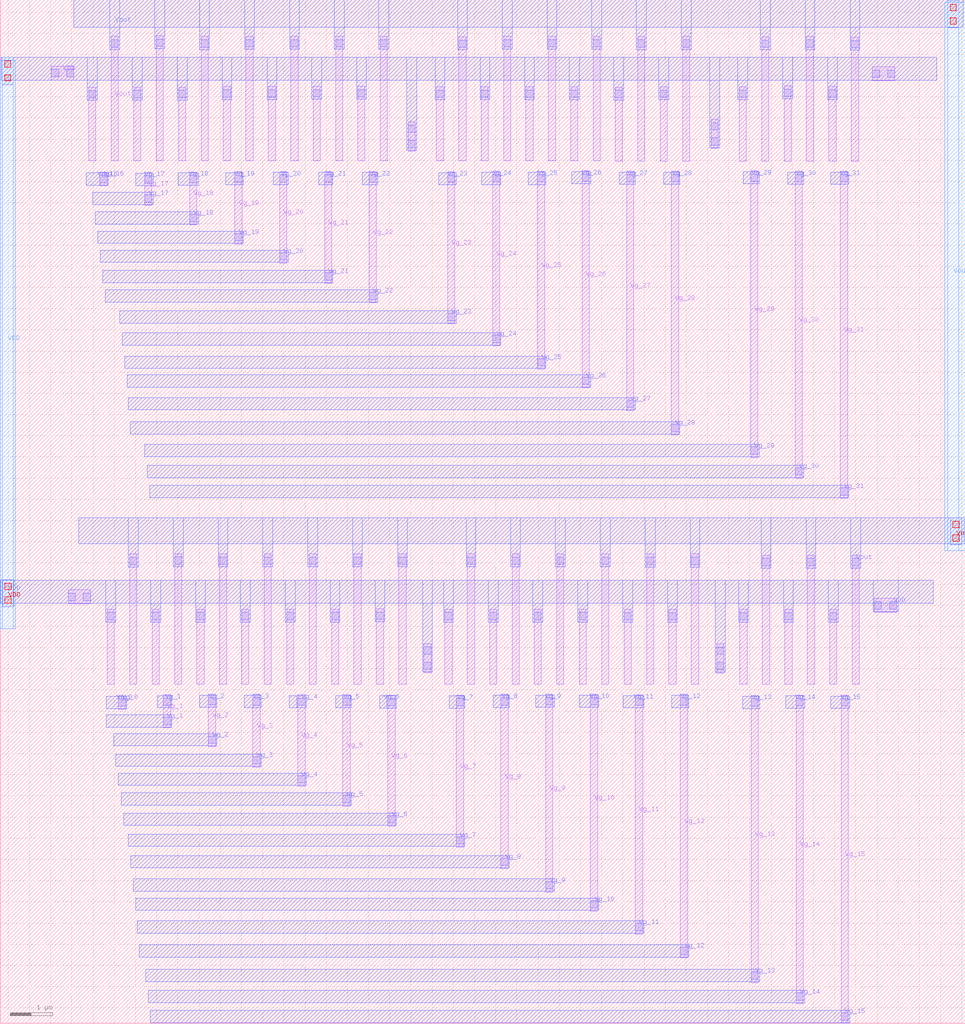
<source format=lef>
VERSION 5.8 ;
BUSBITCHARS "[]" ;
DIVIDERCHAR "/" ;

MACRO pass_transistors
  CLASS BLOCK ;
  ORIGIN -0.305 9.87 ;
  FOREIGN pass_transistors 0.305 -9.87 ;
  SIZE 22.775 BY 24.16 ;
  SYMMETRY X Y ;
  PIN VDD
    DIRECTION INOUT ;
    USE POWER ;
    PORT
      LAYER met2 ;
        RECT 0.305 -0.56 0.665 12.865 ;
        RECT 0.355 -0.56 0.615 12.93 ;
      LAYER li1 ;
        RECT 20.935 -0.17 21.465 0.16 ;
        RECT 20.89 12.38 21.42 12.71 ;
        RECT 19.88 -1.87 20.05 -0.095 ;
        RECT 19.865 10.48 20.035 12.245 ;
        RECT 18.825 -1.87 18.995 -0.095 ;
        RECT 18.805 10.48 18.975 12.26 ;
        RECT 17.765 -1.87 17.935 -0.095 ;
        RECT 17.745 10.48 17.915 12.24 ;
        RECT 17.215 -1.6 17.385 -0.91 ;
        RECT 17.085 10.78 17.255 11.47 ;
        RECT 16.09 -1.87 16.26 -0.095 ;
        RECT 15.88 10.48 16.05 12.24 ;
        RECT 15.03 -1.87 15.2 -0.095 ;
        RECT 14.82 10.48 14.99 12.23 ;
        RECT 13.97 -1.865 14.14 -0.09 ;
        RECT 13.77 10.485 13.94 12.24 ;
        RECT 12.91 -1.865 13.08 -0.09 ;
        RECT 12.715 10.485 12.885 12.24 ;
        RECT 11.855 -1.865 12.025 -0.09 ;
        RECT 11.66 10.485 11.83 12.24 ;
        RECT 10.8 -1.865 10.97 -0.09 ;
        RECT 10.6 10.485 10.77 12.24 ;
        RECT 10.305 -1.595 10.475 -0.905 ;
        RECT 9.935 10.72 10.105 11.41 ;
        RECT 9.185 -1.865 9.355 -0.085 ;
        RECT 8.745 10.485 8.915 12.25 ;
        RECT 8.125 -1.865 8.295 -0.09 ;
        RECT 7.69 10.485 7.86 12.25 ;
        RECT 7.065 -1.865 7.235 -0.09 ;
        RECT 6.635 10.485 6.805 12.245 ;
        RECT 6.005 -1.865 6.175 -0.09 ;
        RECT 5.575 10.485 5.745 12.245 ;
        RECT 4.95 -1.865 5.12 -0.09 ;
        RECT 4.515 10.485 4.685 12.23 ;
        RECT 3.89 -1.865 4.06 -0.09 ;
        RECT 3.455 10.485 3.625 12.23 ;
        RECT 2.83 -1.865 3 -0.09 ;
        RECT 2.395 10.485 2.565 12.225 ;
        RECT 1.91 0.03 2.44 0.36 ;
        RECT 1.515 12.395 2.045 12.725 ;
      LAYER met1 ;
        RECT 0.335 12.395 22.415 12.935 ;
        RECT 19.835 11.935 20.065 12.935 ;
        RECT 18.775 11.95 19.005 12.935 ;
        RECT 17.715 11.93 17.945 12.935 ;
        RECT 17.055 10.8 17.285 12.935 ;
        RECT 15.85 11.93 16.08 12.935 ;
        RECT 14.79 11.92 15.02 12.935 ;
        RECT 13.74 11.93 13.97 12.935 ;
        RECT 12.685 11.93 12.915 12.935 ;
        RECT 11.63 11.93 11.86 12.935 ;
        RECT 10.57 11.93 10.8 12.935 ;
        RECT 9.905 10.74 10.135 12.935 ;
        RECT 8.715 11.94 8.945 12.935 ;
        RECT 7.66 11.94 7.89 12.935 ;
        RECT 6.605 11.935 6.835 12.935 ;
        RECT 5.545 11.935 5.775 12.935 ;
        RECT 4.485 11.92 4.715 12.935 ;
        RECT 3.425 11.92 3.655 12.935 ;
        RECT 2.365 11.915 2.595 12.935 ;
        RECT 0.355 12.29 0.615 12.935 ;
        RECT 0.315 0.045 22.33 0.585 ;
        RECT 20.905 -0.15 21.495 0.585 ;
        RECT 19.85 -0.405 20.08 0.585 ;
        RECT 18.795 -0.405 19.025 0.585 ;
        RECT 17.735 -0.405 17.965 0.585 ;
        RECT 17.185 -1.58 17.415 0.585 ;
        RECT 16.06 -0.405 16.29 0.585 ;
        RECT 15 -0.405 15.23 0.585 ;
        RECT 13.94 -0.4 14.17 0.585 ;
        RECT 12.88 -0.4 13.11 0.585 ;
        RECT 11.825 -0.4 12.055 0.585 ;
        RECT 10.77 -0.4 11 0.585 ;
        RECT 10.275 -1.575 10.505 0.585 ;
        RECT 9.155 -0.395 9.385 0.585 ;
        RECT 8.095 -0.4 8.325 0.585 ;
        RECT 7.035 -0.4 7.265 0.585 ;
        RECT 5.975 -0.4 6.205 0.585 ;
        RECT 4.92 -0.4 5.15 0.585 ;
        RECT 3.86 -0.4 4.09 0.585 ;
        RECT 2.8 -0.4 3.03 0.585 ;
        RECT 0.36 -0.035 0.62 0.605 ;
      LAYER mcon ;
        RECT 1.515 12.475 1.685 12.645 ;
        RECT 1.875 12.475 2.045 12.645 ;
        RECT 1.91 0.11 2.08 0.28 ;
        RECT 2.27 0.11 2.44 0.28 ;
        RECT 2.395 11.975 2.565 12.145 ;
        RECT 2.83 -0.34 3 -0.17 ;
        RECT 3.455 11.98 3.625 12.15 ;
        RECT 3.89 -0.34 4.06 -0.17 ;
        RECT 4.515 11.98 4.685 12.15 ;
        RECT 4.95 -0.34 5.12 -0.17 ;
        RECT 5.575 11.995 5.745 12.165 ;
        RECT 6.005 -0.34 6.175 -0.17 ;
        RECT 6.635 11.995 6.805 12.165 ;
        RECT 7.065 -0.34 7.235 -0.17 ;
        RECT 7.69 12 7.86 12.17 ;
        RECT 8.125 -0.34 8.295 -0.17 ;
        RECT 8.745 12 8.915 12.17 ;
        RECT 9.185 -0.335 9.355 -0.165 ;
        RECT 9.935 11.16 10.105 11.33 ;
        RECT 9.935 10.8 10.105 10.97 ;
        RECT 10.305 -1.155 10.475 -0.985 ;
        RECT 10.305 -1.515 10.475 -1.345 ;
        RECT 10.6 11.99 10.77 12.16 ;
        RECT 10.8 -0.34 10.97 -0.17 ;
        RECT 11.66 11.99 11.83 12.16 ;
        RECT 11.855 -0.34 12.025 -0.17 ;
        RECT 12.715 11.99 12.885 12.16 ;
        RECT 12.91 -0.34 13.08 -0.17 ;
        RECT 13.77 11.99 13.94 12.16 ;
        RECT 13.97 -0.34 14.14 -0.17 ;
        RECT 14.82 11.98 14.99 12.15 ;
        RECT 15.03 -0.345 15.2 -0.175 ;
        RECT 15.88 11.99 16.05 12.16 ;
        RECT 16.09 -0.345 16.26 -0.175 ;
        RECT 17.085 11.22 17.255 11.39 ;
        RECT 17.085 10.86 17.255 11.03 ;
        RECT 17.215 -1.16 17.385 -0.99 ;
        RECT 17.215 -1.52 17.385 -1.35 ;
        RECT 17.745 11.99 17.915 12.16 ;
        RECT 17.765 -0.345 17.935 -0.175 ;
        RECT 18.805 12.01 18.975 12.18 ;
        RECT 18.825 -0.345 18.995 -0.175 ;
        RECT 19.865 11.995 20.035 12.165 ;
        RECT 19.88 -0.345 20.05 -0.175 ;
        RECT 20.89 12.46 21.06 12.63 ;
        RECT 20.935 -0.09 21.105 0.08 ;
        RECT 21.25 12.46 21.42 12.63 ;
        RECT 21.295 -0.09 21.465 0.08 ;
      LAYER via ;
        RECT 0.41 12.695 0.56 12.845 ;
        RECT 0.41 12.375 0.56 12.525 ;
        RECT 0.415 0.37 0.565 0.52 ;
        RECT 0.415 0.05 0.565 0.2 ;
    END
  END VDD
  PIN Vg_0
    DIRECTION INPUT ;
    USE SIGNAL ;
    PORT
      LAYER li1 ;
        RECT 3.095 -2.46 3.265 -2.13 ;
      LAYER met1 ;
        RECT 2.805 -2.44 3.295 -2.15 ;
      LAYER mcon ;
        RECT 3.095 -2.38 3.265 -2.21 ;
    END
  END Vg_0
  PIN Vg_1
    DIRECTION INPUT ;
    USE SIGNAL ;
    PORT
      LAYER li1 ;
        RECT 4.155 -2.895 4.325 -2.11 ;
      LAYER met1 ;
        RECT 2.81 -2.875 4.355 -2.585 ;
        RECT 4.02 -2.42 4.355 -2.13 ;
      LAYER mcon ;
        RECT 4.155 -2.36 4.325 -2.19 ;
        RECT 4.155 -2.815 4.325 -2.645 ;
    END
  END Vg_1
  PIN Vg_10
    DIRECTION INPUT ;
    USE SIGNAL ;
    PORT
      LAYER li1 ;
        RECT 14.235 -7.22 14.405 -2.1 ;
      LAYER met1 ;
        RECT 3.5 -7.2 14.435 -6.91 ;
        RECT 13.975 -2.41 14.435 -2.12 ;
      LAYER mcon ;
        RECT 14.235 -2.35 14.405 -2.18 ;
        RECT 14.235 -7.14 14.405 -6.97 ;
    END
  END Vg_10
  PIN Vg_11
    DIRECTION INPUT ;
    USE SIGNAL ;
    PORT
      LAYER li1 ;
        RECT 15.295 -7.76 15.465 -2.11 ;
      LAYER met1 ;
        RECT 3.535 -7.74 15.495 -7.45 ;
        RECT 15.005 -2.42 15.495 -2.13 ;
      LAYER mcon ;
        RECT 15.295 -2.36 15.465 -2.19 ;
        RECT 15.295 -7.68 15.465 -7.51 ;
    END
  END Vg_11
  PIN Vg_12
    DIRECTION INPUT ;
    USE SIGNAL ;
    PORT
      LAYER li1 ;
        RECT 16.36 -8.325 16.53 -2.105 ;
      LAYER met1 ;
        RECT 3.59 -8.305 16.56 -8.015 ;
        RECT 16.15 -2.415 16.56 -2.125 ;
      LAYER mcon ;
        RECT 16.36 -2.355 16.53 -2.185 ;
        RECT 16.36 -8.245 16.53 -8.075 ;
    END
  END Vg_12
  PIN Vg_13
    DIRECTION INPUT ;
    USE SIGNAL ;
    PORT
      LAYER li1 ;
        RECT 18.03 -8.905 18.2 -2.13 ;
      LAYER met1 ;
        RECT 3.735 -8.885 18.23 -8.595 ;
        RECT 17.825 -2.44 18.23 -2.15 ;
      LAYER mcon ;
        RECT 18.03 -2.38 18.2 -2.21 ;
        RECT 18.03 -8.825 18.2 -8.655 ;
    END
  END Vg_13
  PIN Vg_14
    DIRECTION INPUT ;
    USE SIGNAL ;
    PORT
      LAYER li1 ;
        RECT 19.09 -9.4 19.26 -2.12 ;
      LAYER met1 ;
        RECT 3.8 -9.38 19.29 -9.09 ;
        RECT 18.845 -2.43 19.29 -2.14 ;
      LAYER mcon ;
        RECT 19.09 -2.37 19.26 -2.2 ;
        RECT 19.09 -9.32 19.26 -9.15 ;
    END
  END Vg_14
  PIN Vg_15
    DIRECTION INPUT ;
    USE SIGNAL ;
    PORT
      LAYER li1 ;
        RECT 20.15 -9.87 20.32 -2.125 ;
      LAYER met1 ;
        RECT 3.85 -9.85 20.35 -9.56 ;
        RECT 19.905 -2.435 20.35 -2.145 ;
      LAYER mcon ;
        RECT 20.15 -2.375 20.32 -2.205 ;
        RECT 20.15 -9.79 20.32 -9.62 ;
    END
  END Vg_15
  PIN Vg_16
    DIRECTION INPUT ;
    USE SIGNAL ;
    PORT
      LAYER li1 ;
        RECT 2.66 9.895 2.83 10.225 ;
      LAYER met1 ;
        RECT 2.34 9.915 2.86 10.205 ;
      LAYER mcon ;
        RECT 2.66 9.975 2.83 10.145 ;
    END
  END Vg_16
  PIN Vg_17
    DIRECTION INPUT ;
    USE SIGNAL ;
    PORT
      LAYER li1 ;
        RECT 3.715 9.435 3.885 10.215 ;
      LAYER met1 ;
        RECT 2.49 9.455 3.915 9.745 ;
        RECT 3.5 9.905 3.915 10.195 ;
      LAYER mcon ;
        RECT 3.715 9.965 3.885 10.135 ;
        RECT 3.715 9.515 3.885 9.685 ;
    END
  END Vg_17
  PIN Vg_18
    DIRECTION INPUT ;
    USE SIGNAL ;
    PORT
      LAYER li1 ;
        RECT 4.775 8.975 4.945 10.225 ;
      LAYER met1 ;
        RECT 2.545 8.995 4.975 9.285 ;
        RECT 4.51 9.915 4.975 10.205 ;
      LAYER mcon ;
        RECT 4.775 9.975 4.945 10.145 ;
        RECT 4.775 9.055 4.945 9.225 ;
    END
  END Vg_18
  PIN Vg_19
    DIRECTION INPUT ;
    USE SIGNAL ;
    PORT
      LAYER li1 ;
        RECT 5.845 8.52 6.015 10.23 ;
      LAYER met1 ;
        RECT 2.61 8.54 6.045 8.83 ;
        RECT 5.625 9.92 6.045 10.21 ;
      LAYER mcon ;
        RECT 5.845 9.98 6.015 10.15 ;
        RECT 5.845 8.6 6.015 8.77 ;
    END
  END Vg_19
  PIN Vg_2
    DIRECTION INPUT ;
    USE SIGNAL ;
    PORT
      LAYER li1 ;
        RECT 5.22 -3.34 5.39 -2.1 ;
      LAYER met1 ;
        RECT 2.99 -3.32 5.42 -3.03 ;
        RECT 5.02 -2.41 5.42 -2.12 ;
      LAYER mcon ;
        RECT 5.22 -2.35 5.39 -2.18 ;
        RECT 5.22 -3.26 5.39 -3.09 ;
    END
  END Vg_2
  PIN Vg_20
    DIRECTION INPUT ;
    USE SIGNAL ;
    PORT
      LAYER li1 ;
        RECT 6.9 8.07 7.07 10.235 ;
      LAYER met1 ;
        RECT 2.665 8.09 7.1 8.38 ;
        RECT 6.745 9.925 7.1 10.215 ;
      LAYER mcon ;
        RECT 6.9 9.985 7.07 10.155 ;
        RECT 6.9 8.15 7.07 8.32 ;
    END
  END Vg_20
  PIN Vg_21
    DIRECTION INPUT ;
    USE SIGNAL ;
    PORT
      LAYER li1 ;
        RECT 7.96 7.595 8.13 10.235 ;
      LAYER met1 ;
        RECT 2.725 7.615 8.16 7.905 ;
        RECT 7.825 9.925 8.16 10.215 ;
      LAYER mcon ;
        RECT 7.96 9.985 8.13 10.155 ;
        RECT 7.96 7.675 8.13 7.845 ;
    END
  END Vg_21
  PIN Vg_22
    DIRECTION INPUT ;
    USE SIGNAL ;
    PORT
      LAYER li1 ;
        RECT 9.015 7.135 9.185 10.235 ;
      LAYER met1 ;
        RECT 2.785 7.155 9.215 7.445 ;
        RECT 8.85 9.925 9.215 10.215 ;
      LAYER mcon ;
        RECT 9.015 9.985 9.185 10.155 ;
        RECT 9.015 7.215 9.185 7.385 ;
    END
  END Vg_22
  PIN Vg_23
    DIRECTION INPUT ;
    USE SIGNAL ;
    PORT
      LAYER li1 ;
        RECT 10.865 6.64 11.035 10.23 ;
      LAYER met1 ;
        RECT 3.125 6.66 11.065 6.95 ;
        RECT 10.655 9.92 11.065 10.21 ;
      LAYER mcon ;
        RECT 10.865 9.98 11.035 10.15 ;
        RECT 10.865 6.72 11.035 6.89 ;
    END
  END Vg_23
  PIN Vg_24
    DIRECTION INPUT ;
    USE SIGNAL ;
    PORT
      LAYER li1 ;
        RECT 11.925 6.12 12.095 10.24 ;
      LAYER met1 ;
        RECT 3.19 6.14 12.125 6.43 ;
        RECT 11.665 9.93 12.125 10.22 ;
      LAYER mcon ;
        RECT 11.925 9.99 12.095 10.16 ;
        RECT 11.925 6.2 12.095 6.37 ;
    END
  END Vg_24
  PIN Vg_25
    DIRECTION INPUT ;
    USE SIGNAL ;
    PORT
      LAYER li1 ;
        RECT 12.985 5.57 13.155 10.24 ;
      LAYER met1 ;
        RECT 3.25 5.59 13.185 5.88 ;
        RECT 12.77 9.93 13.185 10.22 ;
      LAYER mcon ;
        RECT 12.985 9.99 13.155 10.16 ;
        RECT 12.985 5.65 13.155 5.82 ;
    END
  END Vg_25
  PIN Vg_26
    DIRECTION INPUT ;
    USE SIGNAL ;
    PORT
      LAYER li1 ;
        RECT 14.04 5.13 14.21 10.255 ;
      LAYER met1 ;
        RECT 3.305 5.15 14.24 5.44 ;
        RECT 13.79 9.945 14.24 10.235 ;
      LAYER mcon ;
        RECT 14.04 10.005 14.21 10.175 ;
        RECT 14.04 5.21 14.21 5.38 ;
    END
  END Vg_26
  PIN Vg_27
    DIRECTION INPUT ;
    USE SIGNAL ;
    PORT
      LAYER li1 ;
        RECT 15.09 4.59 15.26 10.245 ;
      LAYER met1 ;
        RECT 3.33 4.61 15.29 4.9 ;
        RECT 14.92 9.935 15.29 10.225 ;
      LAYER mcon ;
        RECT 15.09 9.995 15.26 10.165 ;
        RECT 15.09 4.67 15.26 4.84 ;
    END
  END Vg_27
  PIN Vg_28
    DIRECTION INPUT ;
    USE SIGNAL ;
    PORT
      LAYER li1 ;
        RECT 16.145 4.02 16.315 10.245 ;
      LAYER met1 ;
        RECT 3.375 4.04 16.345 4.33 ;
        RECT 15.965 9.935 16.345 10.225 ;
      LAYER mcon ;
        RECT 16.145 9.995 16.315 10.165 ;
        RECT 16.145 4.1 16.315 4.27 ;
    END
  END Vg_28
  PIN Vg_29
    DIRECTION INPUT ;
    USE SIGNAL ;
    PORT
      LAYER li1 ;
        RECT 18.015 3.485 18.185 10.255 ;
      LAYER met1 ;
        RECT 3.72 3.505 18.215 3.795 ;
        RECT 17.84 9.945 18.215 10.235 ;
      LAYER mcon ;
        RECT 18.015 10.005 18.185 10.175 ;
        RECT 18.015 3.565 18.185 3.735 ;
    END
  END Vg_29
  PIN Vg_3
    DIRECTION INPUT ;
    USE SIGNAL ;
    PORT
      LAYER li1 ;
        RECT 6.27 -3.825 6.44 -2.105 ;
      LAYER met1 ;
        RECT 3.035 -3.805 6.47 -3.515 ;
        RECT 6.065 -2.415 6.47 -2.125 ;
      LAYER mcon ;
        RECT 6.27 -2.355 6.44 -2.185 ;
        RECT 6.27 -3.745 6.44 -3.575 ;
    END
  END Vg_3
  PIN Vg_30
    DIRECTION INPUT ;
    USE SIGNAL ;
    PORT
      LAYER li1 ;
        RECT 19.07 2.995 19.24 10.245 ;
      LAYER met1 ;
        RECT 3.775 3.015 19.27 3.305 ;
        RECT 18.895 9.935 19.27 10.225 ;
      LAYER mcon ;
        RECT 19.07 9.995 19.24 10.165 ;
        RECT 19.07 3.075 19.24 3.245 ;
    END
  END Vg_30
  PIN Vg_31
    DIRECTION INPUT ;
    USE SIGNAL ;
    PORT
      LAYER li1 ;
        RECT 20.135 2.52 20.305 10.245 ;
      LAYER met1 ;
        RECT 3.835 2.54 20.335 2.83 ;
        RECT 19.91 9.935 20.335 10.225 ;
      LAYER mcon ;
        RECT 20.135 9.995 20.305 10.165 ;
        RECT 20.135 2.6 20.305 2.77 ;
    END
  END Vg_31
  PIN Vg_4
    DIRECTION INPUT ;
    USE SIGNAL ;
    PORT
      LAYER li1 ;
        RECT 7.33 -4.27 7.5 -2.11 ;
      LAYER met1 ;
        RECT 3.095 -4.25 7.53 -3.96 ;
        RECT 7.125 -2.415 7.53 -2.13 ;
        RECT 7.3 -2.42 7.53 -2.13 ;
      LAYER mcon ;
        RECT 7.33 -2.36 7.5 -2.19 ;
        RECT 7.33 -4.19 7.5 -4.02 ;
    END
  END Vg_4
  PIN Vg_5
    DIRECTION INPUT ;
    USE SIGNAL ;
    PORT
      LAYER li1 ;
        RECT 8.395 -4.74 8.565 -2.11 ;
      LAYER met1 ;
        RECT 3.16 -4.72 8.595 -4.43 ;
        RECT 8.22 -2.42 8.595 -2.13 ;
      LAYER mcon ;
        RECT 8.395 -2.36 8.565 -2.19 ;
        RECT 8.395 -4.66 8.565 -4.49 ;
    END
  END Vg_5
  PIN Vg_6
    DIRECTION INPUT ;
    USE SIGNAL ;
    PORT
      LAYER li1 ;
        RECT 9.455 -5.215 9.625 -2.12 ;
      LAYER met1 ;
        RECT 3.225 -5.195 9.655 -4.905 ;
        RECT 9.265 -2.43 9.655 -2.14 ;
        RECT 9.265 -2.43 9.425 -2.135 ;
      LAYER mcon ;
        RECT 9.455 -2.37 9.625 -2.2 ;
        RECT 9.455 -5.135 9.625 -4.965 ;
    END
  END Vg_6
  PIN Vg_7
    DIRECTION INPUT ;
    USE SIGNAL ;
    PORT
      LAYER li1 ;
        RECT 11.07 -5.71 11.24 -2.12 ;
      LAYER met1 ;
        RECT 3.33 -5.69 11.27 -5.4 ;
        RECT 10.9 -2.43 11.27 -2.14 ;
      LAYER mcon ;
        RECT 11.07 -2.37 11.24 -2.2 ;
        RECT 11.07 -5.63 11.24 -5.46 ;
    END
  END Vg_7
  PIN Vg_8
    DIRECTION INPUT ;
    USE SIGNAL ;
    PORT
      LAYER li1 ;
        RECT 12.125 -6.22 12.295 -2.105 ;
      LAYER met1 ;
        RECT 3.39 -6.2 12.325 -5.91 ;
        RECT 11.94 -2.415 12.325 -2.125 ;
      LAYER mcon ;
        RECT 12.125 -2.355 12.295 -2.185 ;
        RECT 12.125 -6.14 12.295 -5.97 ;
    END
  END Vg_8
  PIN Vg_9
    DIRECTION INPUT ;
    USE SIGNAL ;
    PORT
      LAYER li1 ;
        RECT 13.18 -6.77 13.35 -2.1 ;
      LAYER met1 ;
        RECT 3.445 -6.75 13.38 -6.46 ;
        RECT 12.94 -2.41 13.38 -2.12 ;
      LAYER mcon ;
        RECT 13.18 -2.35 13.35 -2.18 ;
        RECT 13.18 -6.69 13.35 -6.52 ;
    END
  END Vg_9
  PIN Vout
    DIRECTION OUTPUT ;
    USE SIGNAL ;
    PORT
      LAYER met2 ;
        RECT 22.6 1.285 23.08 14.235 ;
        RECT 22.67 1.285 22.93 14.27 ;
      LAYER li1 ;
        RECT 20.41 -1.87 20.58 1.185 ;
        RECT 20.395 10.48 20.565 13.405 ;
        RECT 19.355 -1.87 19.525 1.185 ;
        RECT 19.335 10.48 19.505 13.425 ;
        RECT 18.295 -1.87 18.465 1.185 ;
        RECT 18.275 10.48 18.445 13.42 ;
        RECT 16.62 -1.87 16.79 1.21 ;
        RECT 16.41 10.48 16.58 13.425 ;
        RECT 15.56 -1.87 15.73 1.21 ;
        RECT 15.35 10.48 15.52 13.425 ;
        RECT 14.5 -1.865 14.67 1.215 ;
        RECT 14.3 10.485 14.47 13.43 ;
        RECT 13.44 -1.865 13.61 1.215 ;
        RECT 13.245 10.485 13.415 13.43 ;
        RECT 12.385 -1.865 12.555 1.215 ;
        RECT 12.19 10.485 12.36 13.43 ;
        RECT 11.33 -1.865 11.5 1.215 ;
        RECT 11.13 10.485 11.3 13.42 ;
        RECT 9.715 -1.865 9.885 1.215 ;
        RECT 9.275 10.485 9.445 13.43 ;
        RECT 8.655 -1.865 8.825 1.215 ;
        RECT 8.22 10.485 8.39 13.43 ;
        RECT 7.595 -1.865 7.765 1.215 ;
        RECT 7.165 10.485 7.335 13.43 ;
        RECT 6.535 -1.865 6.705 1.215 ;
        RECT 6.105 10.485 6.275 13.43 ;
        RECT 5.48 -1.865 5.65 1.215 ;
        RECT 5.045 10.485 5.215 13.425 ;
        RECT 4.42 -1.865 4.59 1.22 ;
        RECT 3.985 10.485 4.155 13.44 ;
        RECT 3.36 -1.865 3.53 1.21 ;
        RECT 2.925 10.485 3.095 13.425 ;
      LAYER met1 ;
        RECT 2.165 1.45 23.06 2.07 ;
        RECT 22.735 1.425 22.995 2.07 ;
        RECT 20.38 0.875 20.61 2.07 ;
        RECT 19.325 0.875 19.555 2.07 ;
        RECT 18.265 0.875 18.495 2.07 ;
        RECT 16.59 0.9 16.82 2.07 ;
        RECT 15.53 0.9 15.76 2.07 ;
        RECT 14.47 0.905 14.7 2.07 ;
        RECT 13.41 0.905 13.64 2.07 ;
        RECT 12.355 0.905 12.585 2.07 ;
        RECT 11.3 0.905 11.53 2.07 ;
        RECT 9.685 0.905 9.915 2.07 ;
        RECT 8.625 0.905 8.855 2.07 ;
        RECT 7.565 0.905 7.795 2.07 ;
        RECT 6.505 0.905 6.735 2.07 ;
        RECT 5.45 0.905 5.68 2.07 ;
        RECT 4.39 0.91 4.62 2.07 ;
        RECT 3.33 0.9 3.56 2.07 ;
        RECT 2.045 13.64 23.035 14.29 ;
        RECT 22.67 13.63 22.93 14.29 ;
        RECT 20.365 13.095 20.595 14.29 ;
        RECT 19.305 13.115 19.535 14.29 ;
        RECT 18.245 13.11 18.475 14.29 ;
        RECT 16.38 13.115 16.61 14.29 ;
        RECT 15.32 13.115 15.55 14.29 ;
        RECT 14.27 13.12 14.5 14.29 ;
        RECT 13.215 13.12 13.445 14.29 ;
        RECT 12.16 13.12 12.39 14.29 ;
        RECT 11.1 13.11 11.33 14.29 ;
        RECT 9.245 13.12 9.475 14.29 ;
        RECT 8.19 13.12 8.42 14.29 ;
        RECT 7.135 13.12 7.365 14.29 ;
        RECT 6.075 13.12 6.305 14.29 ;
        RECT 5.015 13.115 5.245 14.29 ;
        RECT 3.955 13.13 4.185 14.29 ;
        RECT 2.895 13.115 3.125 14.29 ;
      LAYER mcon ;
        RECT 2.925 13.175 3.095 13.345 ;
        RECT 3.36 0.96 3.53 1.13 ;
        RECT 3.985 13.19 4.155 13.36 ;
        RECT 4.42 0.97 4.59 1.14 ;
        RECT 5.045 13.175 5.215 13.345 ;
        RECT 5.48 0.965 5.65 1.135 ;
        RECT 6.105 13.18 6.275 13.35 ;
        RECT 6.535 0.965 6.705 1.135 ;
        RECT 7.165 13.18 7.335 13.35 ;
        RECT 7.595 0.965 7.765 1.135 ;
        RECT 8.22 13.18 8.39 13.35 ;
        RECT 8.655 0.965 8.825 1.135 ;
        RECT 9.275 13.18 9.445 13.35 ;
        RECT 9.715 0.965 9.885 1.135 ;
        RECT 11.13 13.17 11.3 13.34 ;
        RECT 11.33 0.965 11.5 1.135 ;
        RECT 12.19 13.18 12.36 13.35 ;
        RECT 12.385 0.965 12.555 1.135 ;
        RECT 13.245 13.18 13.415 13.35 ;
        RECT 13.44 0.965 13.61 1.135 ;
        RECT 14.3 13.18 14.47 13.35 ;
        RECT 14.5 0.965 14.67 1.135 ;
        RECT 15.35 13.175 15.52 13.345 ;
        RECT 15.56 0.96 15.73 1.13 ;
        RECT 16.41 13.175 16.58 13.345 ;
        RECT 16.62 0.96 16.79 1.13 ;
        RECT 18.275 13.17 18.445 13.34 ;
        RECT 18.295 0.935 18.465 1.105 ;
        RECT 19.335 13.175 19.505 13.345 ;
        RECT 19.355 0.935 19.525 1.105 ;
        RECT 20.395 13.155 20.565 13.325 ;
        RECT 20.41 0.935 20.58 1.105 ;
      LAYER via ;
        RECT 22.725 14.035 22.875 14.185 ;
        RECT 22.725 13.715 22.875 13.865 ;
        RECT 22.79 1.83 22.94 1.98 ;
        RECT 22.79 1.51 22.94 1.66 ;
    END
  END Vout
END pass_transistors

END LIBRARY

</source>
